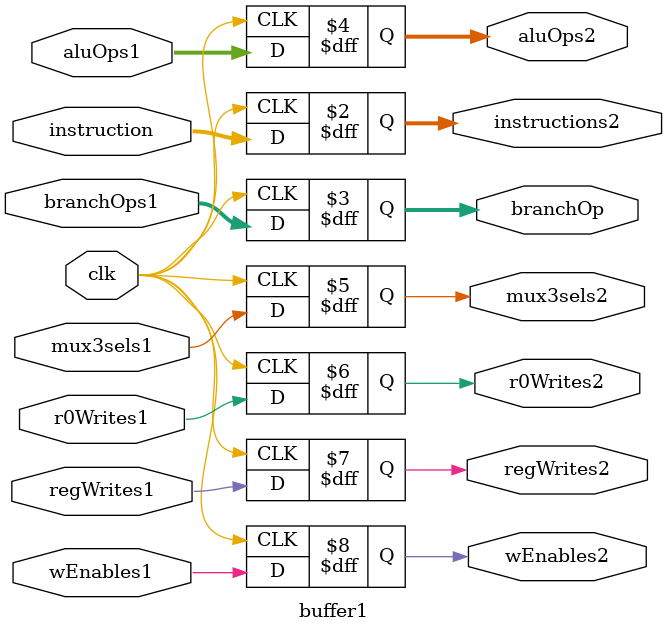
<source format=v>
module buffer1(instruction, branchOps1, aluOps1, mux3sels1, r0Writes1, regWrites1, wEnables1,
				instructions2, branchOp, aluOps2, mux3sels2, r0Writes2, regWrites2, wEnables2, 
				clk);
	input[15:0] instruction;
	input[1:0] branchOps1;
	input[3:0] aluOps1;
	input mux3sels1, r0Writes1, regWrites1, wEnables1;
	input clk;
	
	output reg [15:0] instructions2;
	output reg [1:0] branchOp;
	output reg [3:0] aluOps2;
	output reg mux3sels2, r0Writes2, regWrites2, wEnables2;
	
	always@(posedge clk)
	begin
		instructions2 <= instruction;
		branchOp <= branchOps1;
		aluOps2 <= aluOps1;
		mux3sels2 <= mux3sels1;
		r0Writes2 <= r0Writes1;
		regWrites2 <= regWrites1;
		wEnables2 <= wEnables1;
		
		
	end
endmodule

</source>
